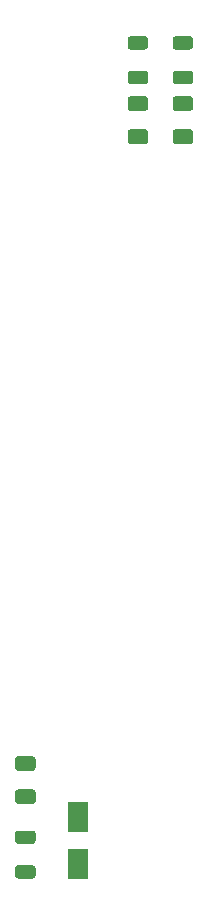
<source format=gbr>
%TF.GenerationSoftware,KiCad,Pcbnew,(5.1.12)-1*%
%TF.CreationDate,2022-01-27T23:25:20+05:30*%
%TF.ProjectId,M5_BuggyProject,4d355f42-7567-4677-9950-726f6a656374,v1.0*%
%TF.SameCoordinates,Original*%
%TF.FileFunction,Paste,Top*%
%TF.FilePolarity,Positive*%
%FSLAX46Y46*%
G04 Gerber Fmt 4.6, Leading zero omitted, Abs format (unit mm)*
G04 Created by KiCad (PCBNEW (5.1.12)-1) date 2022-01-27 23:25:20*
%MOMM*%
%LPD*%
G01*
G04 APERTURE LIST*
%ADD10R,1.700000X2.500000*%
G04 APERTURE END LIST*
%TO.C,R1*%
G36*
G01*
X79257997Y-105621000D02*
X80508003Y-105621000D01*
G75*
G02*
X80758000Y-105870997I0J-249997D01*
G01*
X80758000Y-106496003D01*
G75*
G02*
X80508003Y-106746000I-249997J0D01*
G01*
X79257997Y-106746000D01*
G75*
G02*
X79008000Y-106496003I0J249997D01*
G01*
X79008000Y-105870997D01*
G75*
G02*
X79257997Y-105621000I249997J0D01*
G01*
G37*
G36*
G01*
X79257997Y-108546000D02*
X80508003Y-108546000D01*
G75*
G02*
X80758000Y-108795997I0J-249997D01*
G01*
X80758000Y-109421003D01*
G75*
G02*
X80508003Y-109671000I-249997J0D01*
G01*
X79257997Y-109671000D01*
G75*
G02*
X79008000Y-109421003I0J249997D01*
G01*
X79008000Y-108795997D01*
G75*
G02*
X79257997Y-108546000I249997J0D01*
G01*
G37*
%TD*%
D10*
%TO.C,Z1*%
X84328000Y-104426000D03*
X84328000Y-108426000D03*
%TD*%
%TO.C,R2*%
G36*
G01*
X90033003Y-39486000D02*
X88782997Y-39486000D01*
G75*
G02*
X88533000Y-39236003I0J249997D01*
G01*
X88533000Y-38610997D01*
G75*
G02*
X88782997Y-38361000I249997J0D01*
G01*
X90033003Y-38361000D01*
G75*
G02*
X90283000Y-38610997I0J-249997D01*
G01*
X90283000Y-39236003D01*
G75*
G02*
X90033003Y-39486000I-249997J0D01*
G01*
G37*
G36*
G01*
X90033003Y-42411000D02*
X88782997Y-42411000D01*
G75*
G02*
X88533000Y-42161003I0J249997D01*
G01*
X88533000Y-41535997D01*
G75*
G02*
X88782997Y-41286000I249997J0D01*
G01*
X90033003Y-41286000D01*
G75*
G02*
X90283000Y-41535997I0J-249997D01*
G01*
X90283000Y-42161003D01*
G75*
G02*
X90033003Y-42411000I-249997J0D01*
G01*
G37*
%TD*%
%TO.C,R3*%
G36*
G01*
X93843003Y-42411000D02*
X92592997Y-42411000D01*
G75*
G02*
X92343000Y-42161003I0J249997D01*
G01*
X92343000Y-41535997D01*
G75*
G02*
X92592997Y-41286000I249997J0D01*
G01*
X93843003Y-41286000D01*
G75*
G02*
X94093000Y-41535997I0J-249997D01*
G01*
X94093000Y-42161003D01*
G75*
G02*
X93843003Y-42411000I-249997J0D01*
G01*
G37*
G36*
G01*
X93843003Y-39486000D02*
X92592997Y-39486000D01*
G75*
G02*
X92343000Y-39236003I0J249997D01*
G01*
X92343000Y-38610997D01*
G75*
G02*
X92592997Y-38361000I249997J0D01*
G01*
X93843003Y-38361000D01*
G75*
G02*
X94093000Y-38610997I0J-249997D01*
G01*
X94093000Y-39236003D01*
G75*
G02*
X93843003Y-39486000I-249997J0D01*
G01*
G37*
%TD*%
%TO.C,D2*%
G36*
G01*
X88783000Y-43441000D02*
X90033000Y-43441000D01*
G75*
G02*
X90283000Y-43691000I0J-250000D01*
G01*
X90283000Y-44441000D01*
G75*
G02*
X90033000Y-44691000I-250000J0D01*
G01*
X88783000Y-44691000D01*
G75*
G02*
X88533000Y-44441000I0J250000D01*
G01*
X88533000Y-43691000D01*
G75*
G02*
X88783000Y-43441000I250000J0D01*
G01*
G37*
G36*
G01*
X88783000Y-46241000D02*
X90033000Y-46241000D01*
G75*
G02*
X90283000Y-46491000I0J-250000D01*
G01*
X90283000Y-47241000D01*
G75*
G02*
X90033000Y-47491000I-250000J0D01*
G01*
X88783000Y-47491000D01*
G75*
G02*
X88533000Y-47241000I0J250000D01*
G01*
X88533000Y-46491000D01*
G75*
G02*
X88783000Y-46241000I250000J0D01*
G01*
G37*
%TD*%
%TO.C,D3*%
G36*
G01*
X79258000Y-102121000D02*
X80508000Y-102121000D01*
G75*
G02*
X80758000Y-102371000I0J-250000D01*
G01*
X80758000Y-103121000D01*
G75*
G02*
X80508000Y-103371000I-250000J0D01*
G01*
X79258000Y-103371000D01*
G75*
G02*
X79008000Y-103121000I0J250000D01*
G01*
X79008000Y-102371000D01*
G75*
G02*
X79258000Y-102121000I250000J0D01*
G01*
G37*
G36*
G01*
X79258000Y-99321000D02*
X80508000Y-99321000D01*
G75*
G02*
X80758000Y-99571000I0J-250000D01*
G01*
X80758000Y-100321000D01*
G75*
G02*
X80508000Y-100571000I-250000J0D01*
G01*
X79258000Y-100571000D01*
G75*
G02*
X79008000Y-100321000I0J250000D01*
G01*
X79008000Y-99571000D01*
G75*
G02*
X79258000Y-99321000I250000J0D01*
G01*
G37*
%TD*%
%TO.C,D4*%
G36*
G01*
X92593000Y-43441000D02*
X93843000Y-43441000D01*
G75*
G02*
X94093000Y-43691000I0J-250000D01*
G01*
X94093000Y-44441000D01*
G75*
G02*
X93843000Y-44691000I-250000J0D01*
G01*
X92593000Y-44691000D01*
G75*
G02*
X92343000Y-44441000I0J250000D01*
G01*
X92343000Y-43691000D01*
G75*
G02*
X92593000Y-43441000I250000J0D01*
G01*
G37*
G36*
G01*
X92593000Y-46241000D02*
X93843000Y-46241000D01*
G75*
G02*
X94093000Y-46491000I0J-250000D01*
G01*
X94093000Y-47241000D01*
G75*
G02*
X93843000Y-47491000I-250000J0D01*
G01*
X92593000Y-47491000D01*
G75*
G02*
X92343000Y-47241000I0J250000D01*
G01*
X92343000Y-46491000D01*
G75*
G02*
X92593000Y-46241000I250000J0D01*
G01*
G37*
%TD*%
M02*

</source>
